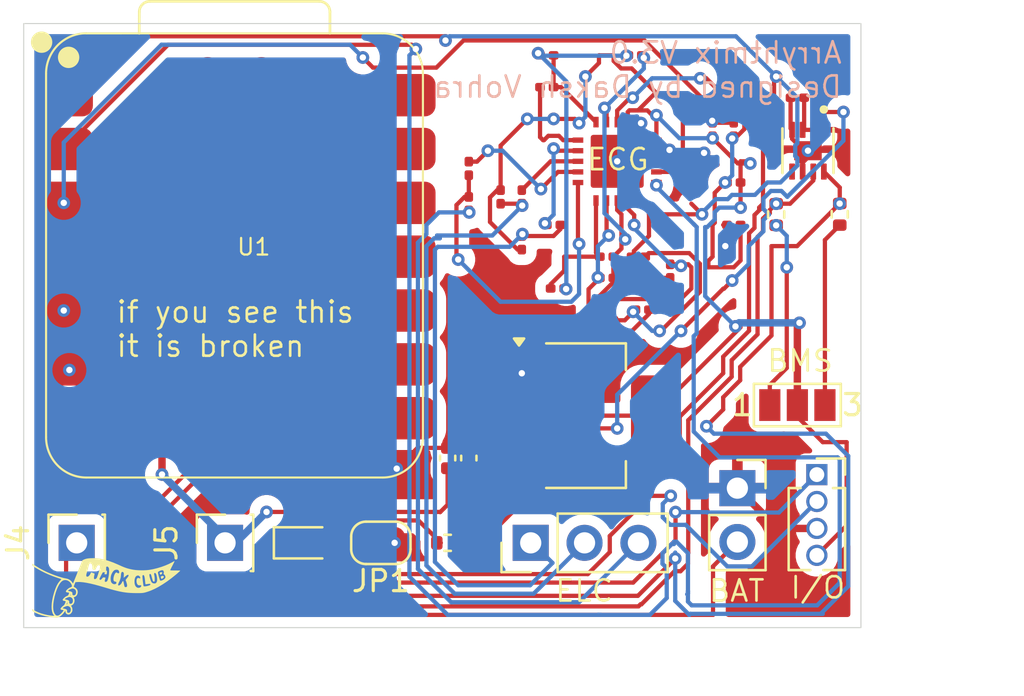
<source format=kicad_pcb>
(kicad_pcb (version 20241229) (generator "pcbnew") (generator_version "9.0")
  (layers (0 "F.Cu" signal) (4 "In1.Cu" signal) (6 "In2.Cu" signal) (2 "B.Cu" signal) (13 "F.Paste" user) (15 "B.Paste" user) (5 "F.SilkS" user "F.Silkscreen") (7 "B.SilkS" user "B.Silkscreen") (1 "F.Mask" user) (3 "B.Mask" user) (25 "Edge.Cuts" user))
  (net 0 "")
  (net 1 "Net-(U2-HPSENSE)")
  (net 2 "Net-(U2-HPDRIVE)")
  (net 3 "Net-(U2-RLDFB)")
  (net 4 "Net-(U2-RLD)")
  (net 5 "GND")
  (net 6 "+3V3")
  (net 7 "OUT")
  (net 8 "Net-(C5-Pad2)")
  (net 9 "Net-(U2-OPAMP+)")
  (net 10 "REFOUT")
  (net 11 "Net-(U2-SW)")
  (net 12 "Net-(D1-A)")
  (net 13 "Net-(D1-K)")
  (net 14 "Net-(J2-Pin_2)")
  (net 15 "Net-(J3-Pin_1)")
  (net 16 "Net-(J3-Pin_3)")
  (net 17 "Net-(U2--IN)")
  (net 18 "Net-(U2-+IN)")
  (net 19 "Net-(R15-Pad1)")
  (net 20 "Net-(U2-OPAMP-)")
  (net 21 "BAT")
  (net 23 "LO+")
  (net 25 "LO-")
  (net 36 "Net-(J3-Pin_2)")
  (net 37 "Net-(JP2-B)")
  (net 38 "Net-(JP2-A)")
  (net 39 "SCL")
  (net 40 "SDA")
  (net 42 "Net-(J1-Pin_1)")
  (net 44 "Net-(J1-Pin_2)")
  (net 46 "Net-(U2-REFIN)")
  (footprint "Resistor_SMD:R_0201_0603Metric" (layer "F.Cu") (at 141 53)
    (property "Reference" "R12" (hide yes))
    (property "Value" "100 kΩ")
  )
  (footprint "Resistor_SMD:R_0402_1005Metric" (layer "F.Cu") (at 152 49 90)
    (property "Reference" "R21" (hide yes))
    (property "Value" "2.2K")
  )
  (footprint "AD8232:LFCSP_20" (layer "F.Cu") (at 141.5 46.5)
    (property "Reference" "U2" (hide yes))
    (property "Value" "AD8232")
    (property "VALUE" "AD8232ACPZ-R7" (hide yes))
  )
  (footprint "Capacitor_SMD:C_0402_1005Metric" (layer "F.Cu") (at 133.5 60.5 90)
    (property "Reference" "C8" (hide yes))
    (property "Value" "10 uF")
  )
  (footprint "Resistor_SMD:R_0201_0603Metric" (layer "F.Cu") (at 136 48.18 -90)
    (property "Reference" "R1" (hide yes))
    (property "Value" "10 mΩ")
  )
  (footprint "Resistor_SMD:R_0201_0603Metric" (layer "F.Cu") (at 137 50.345 90)
    (property "Reference" "R4" (hide yes))
    (property "Value" "10 mΩ")
  )
  (footprint "Capacitor_SMD:C_0201_0603Metric" (layer "F.Cu") (at 134.5 46.835 -90)
    (property "Reference" "C2" (hide yes))
    (property "Value" "1 nF")
  )
  (footprint "Connector_PinSocket_2.54mm:PinSocket_1x01_P2.54mm_Vertical" (layer "F.Cu") (at 123 64.5 90)
    (property "Reference" "J5")
    (property "Value" "Conn_01x01_Pin")
  )
  (footprint "Resistor_SMD:R_0201_0603Metric" (layer "F.Cu") (at 138.5 49.5 180)
    (property "Reference" "R3" (hide yes))
    (property "Value" "180 kΩ")
  )
  (footprint "Jumper:SolderJumper-2_P1.3mm_Bridged2Bar_RoundedPad1.0x1.5mm" (layer "F.Cu") (at 130.35 64.5 180)
    (property "Reference" "JP1")
    (property "Value" "SolderJumper_2_Bridged")
  )
  (footprint "Resistor_SMD:R_0201_0603Metric" (layer "F.Cu") (at 138.68 52.5)
    (property "Reference" "R16" (hide yes))
    (property "Value" "1.4 mΩ")
  )
  (footprint "Capacitor_SMD:C_0201_0603Metric" (layer "F.Cu") (at 142.5 51)
    (property "Reference" "C5" (hide yes))
    (property "Value" "1.5 nF")
  )
  (footprint "Resistor_SMD:R_0201_0603Metric" (layer "F.Cu") (at 144 51.68 -90)
    (property "Reference" "R9" (hide yes))
    (property "Value" "1 mΩ")
  )
  (footprint "Connector_PinSocket_1.27mm:PinSocket_1x04_P1.27mm_Vertical" (layer "F.Cu") (at 150.92 61.28)
    (property "Reference" "J1" (hide yes))
    (property "Value" "Conn_01x04_Socket")
  )
  (footprint "Resistor_SMD:R_0402_1005Metric" (layer "F.Cu") (at 133.5 64.5)
    (property "Reference" "R19" (hide yes))
    (property "Value" "1k")
  )
  (footprint "LOGO" (layer "F.Cu") (at 117.4 66.61)
    (property "Reference" "G***" (hide yes))
    (property "Value" "LOGO" (hide yes))
  )
  (footprint "Resistor_SMD:R_0402_1005Metric" (layer "F.Cu") (at 149 49.01 90)
    (property "Reference" "R20" (hide yes))
    (property "Value" "2.2K")
  )
  (footprint "Resistor_SMD:R_0201_0603Metric" (layer "F.Cu") (at 137 48.18 90)
    (property "Reference" "R2" (hide yes))
    (property "Value" "180 kΩ")
  )
  (footprint "Capacitor_SMD:C_0201_0603Metric" (layer "F.Cu") (at 150 43.5)
    (property "Reference" "C10" (hide yes))
    (property "Value" "0.1 uF")
  )
  (footprint "Resistor_SMD:R_0201_0603Metric" (layer "F.Cu") (at 147 49.5 180)
    (property "Reference" "R7" (hide yes))
    (property "Value" "10 mΩ")
  )
  (footprint "LED_SMD:LED_0603_1608Metric" (layer "F.Cu") (at 126.7875 64.5)
    (property "Reference" "D1" (hide yes))
    (property "Value" "LED")
  )
  (footprint "Capacitor_SMD:C_0201_0603Metric" (layer "F.Cu") (at 141 52 180)
    (property "Reference" "C6" (hide yes))
    (property "Value" "10 nF")
  )
  (footprint "Resistor_SMD:R_0201_0603Metric" (layer "F.Cu") (at 142.68 53.5)
    (property "Reference" "R13" (hide yes))
    (property "Value" "1 mΩ")
  )
  (footprint "Resistor_SMD:R_0201_0603Metric" (layer "F.Cu") (at 141 54 180)
    (property "Reference" "R14" (hide yes))
    (property "Value" "1 mΩ")
  )
  (footprint "Resistor_SMD:R_0201_0603Metric" (layer "F.Cu") (at 138.18 41.5 180)
    (property "Reference" "R5" (hide yes))
    (property "Value" "10 mΩ")
  )
  (footprint "Capacitor_SMD:C_0201_0603Metric" (layer "F.Cu") (at 147 45 -90)
    (property "Reference" "C4" (hide yes))
    (property "Value" "0.1 uF")
  )
  (footprint "Capacitor_SMD:C_0201_0603Metric" (layer "F.Cu") (at 141 51)
    (property "Reference" "C7" (hide yes))
    (property "Value" "0.33 uF")
  )
  (footprint "Connector_PinHeader_2.54mm:PinHeader_1x03_P2.54mm_Vertical" (layer "F.Cu") (at 137.42 64.5 90)
    (property "Reference" "J3" (hide yes))
    (property "Value" "Conn_01x03_Pin")
  )
  (footprint "Capacitor_SMD:C_0402_1005Metric" (layer "F.Cu") (at 134.5 60.5 90)
    (property "Reference" "C9" (hide yes))
    (property "Value" "10 uF")
  )
  (footprint "Capacitor_SMD:C_0201_0603Metric" (layer "F.Cu") (at 138.18 43)
    (property "Reference" "C1" (hide yes))
    (property "Value" "0.33 uF")
  )
  (footprint "Resistor_SMD:R_0201_0603Metric" (layer "F.Cu") (at 147 47.5)
    (property "Reference" "R6" (hide yes))
    (property "Value" "10 mΩ")
  )
  (footprint "Resistor_SMD:R_0201_0603Metric" (layer "F.Cu") (at 134.5 48.5 90)
    (property "Reference" "R8" (hide yes))
    (property "Value" "360 k")
  )
  (footprint "Package_TO_SOT_SMD:SOT-223-3_TabPin2" (layer "F.Cu") (at 140 58.5)
    (property "Reference" "U3" (hide yes))
    (property "Value" "NCP1117-3.3_SOT223")
  )
  (footprint "Capacitor_SMD:C_0201_0603Metric" (layer "F.Cu") (at 146 45 -90)
    (property "Reference" "C3" (hide yes))
    (property "Value" "0.1 uF")
  )
  (footprint "Connector_PinSocket_2.54mm:PinSocket_1x02_P2.54mm_Vertical" (layer "F.Cu") (at 147.17 61.92)
    (property "Reference" "J2" (hide yes))
    (property "Value" "Conn_01x02_Socket")
  )
  (footprint "Resistor_SMD:R_0201_0603Metric" (layer "F.Cu") (at 142.345 41.5)
    (property "Reference" "R15" (hide yes))
    (property "Value" "10 mΩ")
  )
  (footprint "Connector_PinSocket_2.54mm:PinSocket_1x01_P2.54mm_Vertical" (layer "F.Cu") (at 116 64.5 90)
    (property "Reference" "J4")
    (property "Value" "Conn_01x01_Pin")
  )
  (footprint "Jumper:SolderJumper-3_P1.3mm_Open_Pad1.0x1.5mm_NumberLabels" (layer "F.Cu") (at 150 58)
    (property "Reference" "JP2" (hide yes))
    (property "Value" "SolderJumper_3_Bridged123")
  )
  (footprint "Seeed Studio XIAO Series Library:XIAO-nRF52840-SMD" (layer "F.Cu") (at 123.5 51)
    (property "Reference" "U1")
    (property "Value" "XIAO-nRF52840-SMD")
  )
  (footprint "MAX17048G_T10:SON50P200X200X80-9N" (layer "F.Cu") (at 150.5 46 -90)
    (property "Reference" "U4" (hide yes))
    (property "Value" "MAX17048G_T10")
  )
  (gr_rect (start 113.5 40) (end 153 68.5) (stroke (width 0.05)) (fill no) (layer "Edge.Cuts"))
  (gr_text "ECG" (at 140 47 0) (layer "F.SilkS") (effects (font (size 1 1) (thickness 0.125)) (justify left bottom)))
  (gr_text "I/O\n" (at 149.6 67.2 0) (layer "F.SilkS") (effects (font (size 1 1) (thickness 0.125)) (justify left bottom)))
  (gr_text "if you see this\nit is broken" (at 117.8 55.8 0) (layer "F.SilkS") (effects (font (size 1 1) (thickness 0.125)) (justify left bottom)))
  (gr_text "ELC\n" (at 138.5 67.35 0) (layer "F.SilkS") (effects (font (size 1 1) (thickness 0.125)) (justify left bottom)))
  (gr_text "BAT\n" (at 145.75 67.35 0) (layer "F.SilkS") (effects (font (size 1 1) (thickness 0.125)) (justify left bottom)))
  (gr_text "BMS" (at 148.5 56.5 0) (layer "F.SilkS") (effects (font (size 1 1) (thickness 0.125)) (justify left bottom)))
  (gr_text "Arryhtmix V3.0\nDesigned by Daksh Vohra\n" (at 152.175 43.575 0) (layer "B.SilkS") (effects (font (size 1 1) (thickness 0.125)) (justify left bottom mirror)))
  (segment (start 138.85 43) (end 140.5 44.65) (width 0.2) (layer "F.Cu") (net 1))
  (segment (start 138.5 41.5) (end 138.5 43) (width 0.2) (layer "F.Cu") (net 1))
  (segment (start 138.5 43) (end 138.85 43) (width 0.2) (layer "F.Cu") (net 1))
  (segment (start 138.251057 45.299) (end 138.748943 45.299) (width 0.2) (layer "F.Cu") (net 2))
  (segment (start 138.949943 45.5) (end 139.65 45.5) (width 0.2) (layer "F.Cu") (net 2))
  (segment (start 137.86 45.36) (end 138 45.5) (width 0.2) (layer "F.Cu") (net 2))
  (segment (start 137.86 43) (end 137.86 45.36) (width 0.2) (layer "F.Cu") (net 2))
  (segment (start 138.748943 45.299) (end 138.949943 45.5) (width 0.2) (layer "F.Cu") (net 2))
  (segment (start 138.050057 45.5) (end 138.251057 45.299) (width 0.2) (layer "F.Cu") (net 2))
  (segment (start 138 45.5) (end 138.050057 45.5) (width 0.2) (layer "F.Cu") (net 2))
  (segment (start 137.9 47.808528) (end 138.708528 47) (width 0.2) (layer "F.Cu") (net 3))
  (segment (start 134.885 46.515) (end 135.4 46) (width 0.2) (layer "F.Cu") (net 3))
  (segment (start 134.5 46.515) (end 134.885 46.515) (width 0.2) (layer "F.Cu") (net 3))
  (segment (start 138.708528 47) (end 139.65 47) (width 0.2) (layer "F.Cu") (net 3))
  (via (at 137.9 47.808528) (size 0.6) (drill 0.3) (layers "F.Cu" "B.Cu") (net 3))
  (via (at 135.4 46) (size 0.6) (drill 0.3) (layers "F.Cu" "B.Cu") (net 3))
  (segment (start 136.091472 46) (end 137.9 47.808528) (width 0.2) (layer "B.Cu") (net 3))
  (segment (start 135.4 46) (end 136.091472 46) (width 0.2) (layer "B.Cu") (net 3))
  (segment (start 139.65 50.349) (end 139.701 50.4) (width 0.2) (layer "F.Cu") (net 4))
  (segment (start 133.916958 51.050508) (end 133.916958 48.563043) (width 0.2) (layer "F.Cu") (net 4))
  (segment (start 134 51.13355) (end 133.916958 51.050508) (width 0.2) (layer "F.Cu") (net 4))
  (segment (start 134.300001 48.18) (end 134.5 48.18) (width 0.2) (layer "F.Cu") (net 4))
  (segment (start 134.5 47.155) (end 134.5 48.18) (width 0.2) (layer "F.Cu") (net 4))
  (segment (start 139.65 47.5) (end 139.65 50.349) (width 0.2) (layer "F.Cu") (net 4))
  (segment (start 133.916958 48.563043) (end 134.300001 48.18) (width 0.2) (layer "F.Cu") (net 4))
  (via (at 139.701 50.4) (size 0.6) (drill 0.3) (layers "F.Cu" "B.Cu") (net 4))
  (via (at 134 51.13355) (size 0.6) (drill 0.3) (layers "F.Cu" "B.Cu") (net 4))
  (segment (start 139.338943 53.125884) (end 135.992334 53.125884) (width 0.2) (layer "B.Cu") (net 4))
  (segment (start 135.992334 53.125884) (end 134 51.13355) (width 0.2) (layer "B.Cu") (net 4))
  (segment (start 139.701 52.763827) (end 139.338943 53.125884) (width 0.2) (layer "B.Cu") (net 4))
  (segment (start 139.701 50.4) (end 139.701 52.763827) (width 0.2) (layer "B.Cu") (net 4))
  (segment (start 149.75 45.436842) (end 150.313158 46) (width 0.2) (layer "F.Cu") (net 5))
  (segment (start 134.5 60.02) (end 134.5 58.55) (width 0.2) (layer "F.Cu") (net 5))
  (segment (start 145.93013 44.59) (end 145.982042 44.59) (width 0.2) (layer "F.Cu") (net 5))
  (segment (start 151.25 45.436842) (end 150.686842 46) (width 0.2) (layer "F.Cu") (net 5))
  (segment (start 146.68 49.5) (end 146.5 49.5) (width 0.2) (layer "F.Cu") (net 5))
  (segment (start 134.5 60.02) (end 133.5 60.02) (width 0.2) (layer "F.Cu") (net 5))
  (segment (start 146.68 49.5) (end 146.68 50.42) (width 0.2) (layer "F.Cu") (net 5))
  (segment (start 146.68 50.42) (end 146.6 50.5) (width 0.2) (layer "F.Cu") (net 5))
  (segment (start 136.85 56.2) (end 136.85 56.35) (width 0.2) (layer "F.Cu") (net 5))
  (segment (start 150.686842 46) (end 150.5 46) (width 0.2) (layer "F.Cu") (net 5))
  (segment (start 149.68 44.945) (end 149.75 45.015) (width 0.2) (layer "F.Cu") (net 5))
  (segment (start 136.85 56.35) (end 137 56.5) (width 0.2) (layer "F.Cu") (net 5))
  (segment (start 151.25 45.015) (end 151.25 45.436842) (width 0.2) (layer "F.Cu") (net 5))
  (segment (start 143.968578 45.962863) (end 143.387137 45.962863) (width 0.2) (layer "F.Cu") (net 5))
  (segment (start 147 44.68) (end 146 44.68) (width 0.2) (layer "F.Cu") (net 5))
  (segment (start 150.313158 46) (end 150.5 46) (width 0.2) (layer "F.Cu") (net 5))
  (segment (start 132.078 60.02) (end 131.098 61) (width 0.2) (layer "F.Cu") (net 5))
  (segment (start 134.5 58.55) (end 136.85 56.2) (width 0.2) (layer "F.Cu") (net 5))
  (segment (start 142.5 45.5) (end 142.5 44.65) (width 0.2) (layer "F.Cu") (net 5))
  (segment (start 149.68 43.5) (end 149.68 44.945) (width 0.2) (layer "F.Cu") (net 5))
  (segment (start 141.5 46.5) (end 142.5 45.5) (width 0.2) (layer "F.Cu") (net 5))
  (segment (start 149.75 45.015) (end 149.75 45.436842) (width 0.2) (layer "F.Cu") (net 5))
  (segment (start 150.5 46.207092) (end 150.239 46.468092) (width 0.35) (layer "F.Cu") (net 5))
  (segment (start 143.387137 45.962863) (end 143.35 46) (width 0.2) (layer "F.Cu") (net 5))
  (segment (start 150.92 63.82) (end 149.07 63.82) (width 0.35) (layer "F.Cu") (net 5))
  (segment (start 149.07 63.82) (end 147.17 61.92) (width 0.35) (layer "F.Cu") (net 5))
  (segment (start 133.5 60.02) (end 132.078 60.02) (width 0.2) (layer "F.Cu") (net 5))
  (segment (start 150.5 46) (end 150.5 46.207092) (width 0.35) (layer "F.Cu") (net 5))
  (via (at 131 64.5) (size 0.6) (drill 0.3) (layers "F.Cu" "B.Cu") (net 5))
  (via (at 142.625002 44.699) (size 0.6) (drill 0.3) (layers "F.Cu" "B.Cu") (net 5))
  (via (at 146.6 50.5) (size 0.6) (drill 0.3) (layers "F.Cu" "B.Cu") (net 5))
  (via (at 137 56.5) (size 0.6) (drill 0.3) (layers "F.Cu" "B.Cu") (net 5))
  (via (at 145.597912 46.101662) (size 0.6) (drill 0.3) (layers "F.Cu" "B.Cu") (net 5))
  (via (at 141.5 46.5) (size 0.6) (drill 0.3) (layers "F.Cu" "B.Cu") (net 5))
  (via (at 143.968578 45.962863) (size 0.6) (drill 0.3) (layers "F.Cu" "B.Cu") (net 5))
  (via (at 150.5 46) (size 0.6) (drill 0.3) (layers "F.Cu" "B.Cu") (net 5))
  (via (at 131.098 61) (size 0.6) (drill 0.3) (layers "F.Cu" "B.Cu") (net 5))
  (via (at 145.982042 44.59) (size 0.6) (drill 0.3) (layers "F.Cu" "B.Cu") (net 5))
  (segment (start 145.5 46.00375) (end 145.597912 46.101662) (width 0.2) (layer "B.Cu") (net 5))
  (segment (start 131.098 61) (end 131 61.098) (width 0.2) (layer "B.Cu") (net 5))
  (segment (start 143.968578 45.962863) (end 145.462863 45.962863) (width 0.2) (layer "B.Cu") (net 5))
  (segment (start 145.462863 45.962863) (end 145.5 46) (width 0.2) (layer "B.Cu") (net 5))
  (segment (start 131 61.098) (end 131 64.5) (width 0.2) (layer "B.Cu") (net 5))
  (segment (start 145.5 46) (end 145.5 46.00375) (width 0.2) (layer "B.Cu") (net 5))
  (segment (start 141.686057 42.118958) (end 141.334 41.766901) (width 0.2) (layer "F.Cu") (net 6))
  (segment (start 142.183943 42.118958) (end 143.313985 43.249) (width 0.2) (layer "F.Cu") (net 6))
  (segment (start 136 47.86) (end 135.84013 47.86) (width 0.2) (layer "F.Cu") (net 6))
  (segment (start 142.481888 44.099) (end 142.074 44.099) (width 0.2) (layer "F.Cu") (net 6))
  (segment (start 147.189912 46.6) (end 147.779 46.6) (width 0.2) (layer "F.Cu") (net 6))
  (segment (start 135.84013 47.86) (end 135.499 48.20113) (width 0.2) (layer "F.Cu") (net 6))
  (segment (start 147.32 48.684957) (end 147.32 47.5) (width 0.2) (layer "F.Cu") (net 6))
  (segment (start 141.334 41.766901) (end 141.334 41.5) (width 0.2) (layer "F.Cu") (net 6))
  (segment (start 138.5 44.5) (end 139.501472 44.5) (width 0.2) (layer "F.Cu") (net 6))
  (segment (start 136.85 58.63) (end 136.85 58.5) (width 0.2) (layer "F.Cu") (net 6))
  (segment (start 143.15 58.5) (end 147.32 54.33) (width 0.2) (layer "F.Cu") (net 6))
  (segment (start 142.074 44.099) (end 142 44.173) (width 0.2) (layer "F.Cu") (net 6))
  (segment (start 142.074 44.099) (end 142.926 44.099) (width 0.2) (layer "F.Cu") (net 6))
  (segment (start 143.313985 43.266903) (end 142.481888 44.099) (width 0.2) (layer "F.Cu") (net 6))
  (segment (start 140.64 41.5) (end 140.64 41.86) (width 0.2) (layer "F.Cu") (net 6))
  (segment (start 141.334 41.5) (end 140.64 41.5) (width 0.2) (layer "F.Cu") (net 6))
  (segment (start 134.5 60.98) (end 136.85 58.63) (width 0.2) (layer "F.Cu") (net 6))
  (segment (start 143.35 44.325) (end 143.35 44.523) (width 0.2) (layer "F.Cu") (net 6))
  (segment (start 143.152 44.325) (end 142.926 44.099) (width 0.2) (layer "F.Cu") (net 6))
  (segment (start 143.35 44.325) (end 143.152 44.325) (width 0.2) (layer "F.Cu") (net 6))
  (segment (start 150 54.22) (end 150.1 54.12) (width 0.35) (layer "F.Cu") (net 6))
  (segment (start 150 58.552) (end 150 58) (width 0.2) (layer "F.Cu") (net 6))
  (segment (start 152.325 63.685) (end 152.325 59.75) (width 0.2) (layer "F.Cu") (net 6))
  (segment (start 151.198 59.75) (end 150 58.552) (width 0.2) (layer "F.Cu") (net 6))
  (segment (start 145.999912 45.41) (end 147.189912 46.6) (width 0.2) (layer "F.Cu") (net 6))
  (segment (start 137.26 44.5) (end 136 45.76) (width 0.2) (layer "F.Cu") (net 6))
  (segment (start 136.800001 50.665) (end 137 50.665) (width 0.2) (layer "F.Cu") (net 6))
  (segment (start 150 58) (end 150 54.22) (width 0.35) (layer "F.Cu") (net 6))
  (segment (start 147.679 46.5) (end 147.779 46.6) (width 0.2) (layer "F.Cu") (net 6))
  (segment (start 140.64 41.86) (end 140 42.5) (width 0.2) (layer "F.Cu") (net 6))
  (segment (start 147.32 46.5) (end 147.679 46.5) (width 0.2) (layer "F.Cu") (net 6))
  (segment (start 147.32 47.5) (end 147.32 46.5) (width 0.2) (layer "F.Cu") (net 6))
  (segment (start 136 47.86) (end 136 45.76) (width 0.2) (layer "F.Cu") (net 6))
  (segment (start 152.325 59.75) (end 151.198 59.75) (width 0.2) (layer "F.Cu") (net 6))
  (segment (start 139.501472 44.5) (end 139.701 44.699528) (width 0.2) (layer "F.Cu") (net 6))
  (segment (start 150.92 65.09) (end 152.325 63.685) (width 0.2) (layer "F.Cu") (net 6))
  (segment (start 135.499 48.20113) (end 135.499 49.363999) (width 0.2) (layer "F.Cu") (net 6))
  (segment (start 143.15 58.5) (end 136.85 58.5) (width 0.2) (layer "F.Cu") (net 6))
  (segment (start 135.499 49.363999) (end 136.800001 50.665) (width 0.2) (layer "F.Cu") (net 6))
  (segment (start 142 44.173) (end 142 44.65) (width 0.2) (layer "F.Cu") (net 6))
  (segment (start 142.183943 42.118958) (end 141.686057 42.118958) (width 0.2) (layer "F.Cu") (net 6))
  (segment (start 143.35 44.523) (end 143.35 45.5) (width 0.2) (layer "F.Cu") (net 6))
  (segment (start 143.313985 43.249) (end 143.313985 43.266903) (width 0.2) (layer "F.Cu") (net 6))
  (via (at 138.5 44.5) (size 0.6) (drill 0.3) (layers "F.Cu" "B.Cu") (net 6))
  (via (at 139.701 44.699528) (size 0.6) (drill 0.3) (layers "F.Cu" "B.Cu") (net 6))
  (via (at 147.079785 54.288785) (size 0.6) (drill 0.3) (layers "F.Cu" "B.Cu") (net 6))
  (via (at 150.1 54.12) (size 0.6) (drill 0.3) (layers "F.Cu" "B.Cu") (net 6))
  (via (at 143.35 44.325) (size 0.6) (drill 0.3) (layers "F.Cu" "B.Cu") (net 6))
  (via (at 147.779 46.6) (size 0.6) (drill 0.3) (layers "F.Cu" "B.Cu") (net 6))
  (via (at 147.32 48.684957) (size 0.6) (drill 0.3) (layers "F.Cu" "B.Cu") (net 6))
  (via (at 140 42.5) (size 0.6) (drill 0.3) (layers "F.Cu" "B.Cu") (net 6))
  (via (at 137.26 44.5) (size 0.6) (drill 0.3) (layers "F.Cu" "B.Cu") (net 6))
  (via (at 145.999912 45.41) (size 0.6) (drill 0.3) (layers "F.Cu" "B.Cu") (net 6))
  (segment (start 146.101 48.899) (end 146.101 49.248943) (width 0.2) (layer "B.Cu") (net 6))
  (segment (start 147.24857 54.12) (end 147.079785 54.288785) (width 0.35) (layer "B.Cu") (net 6))
  (segment (start 137.26 44.5) (end 138.5 44.5) (width 0.2) (layer "B.Cu") (net 6))
  (segment (start 145.652057 52.861057) (end 147.079785 54.288785) (width 0.2) (layer "B.Cu") (net 6))
  (segment (start 145.748943 49.601) (end 145.652057 49.601) (width 0.2) (layer "B.Cu") (net 6))
  (segment (start 146.315043 48.684957) (end 146.101 48.899) (width 0.2) (layer "B.Cu") (net 6))
  (segment (start 145.652057 49.601) (end 145.652057 52.861057) (width 0.2) (layer "B.Cu") (net 6))
  (segment (start 150.1 54.12) (end 147.24857 54.12) (width 0.35) (layer "B.Cu") (net 6))
  (segment (start 146.101 49.248943) (end 145.748943 49.601) (width 0.2) (layer "B.Cu") (net 6))
  (segment (start 145.999912 45.41) (end 144.435 45.41) (width 0.2) (layer "B.Cu") (net 6))
  (segment (start 147.32 48.684957) (end 146.315043 48.684957) (width 0.2) (layer "B.Cu") (net 6))
  (segment (start 139.701 44.699528) (end 140 44.400528) (width 0.2) (layer "B.Cu") (net 6))
  (segment (start 144.435 45.41) (end 143.35 44.325) (width 0.2) (layer "B.Cu") (net 6))
  (segment (start 140 44.400528) (end 140 42.5) (width 0.2) (layer "B.Cu") (net 6))
  (segment (start 142.18 51) (end 142.289 50.891) (width 0.2) (layer "F.Cu") (net 7))
  (segment (start 142.310942 60.701) (end 142.304971 60.695029) (width 0.2) (layer "F.Cu") (net 7))
  (segment (start 146.5 55.7171) (end 146.5 56.5) (width 0.2) (layer "F.Cu") (net 7))
  (segment (start 147.978 49.64187) (end 147.721 49.89887) (width 0.2) (layer "F.Cu") (net 7))
  (segment (start 146.5 56.5) (end 144.451 58.549) (width 0.2) (layer "F.Cu") (net 7))
  (segment (start 148.2 48.7329) (end 148.23983 48.77273) (width 0.2) (layer "F.Cu") (net 7))
  (segment (start 148.9 44.3) (end 148.9 42.6) (width 0.2) (layer "F.Cu") (net 7))
  (segment (start 147.978 49.03456) (end 147.978 49.64187) (width 0.2) (layer "F.Cu") (net 7))
  (segment (start 148.2 48.679) (end 148.2 48.7329) (width 0.2) (layer "F.Cu") (net 7))
  (segment (start 148.9 42.6) (end 149 42.5) (width 0.2) (layer "F.Cu") (net 7))
  (segment (start 142.304971 60.695029) (end 142 61) (width 0.2) (layer "F.Cu") (net 7))
  (segment (start 144.451 58.549) (end 144.451 60.239058) (width 0.2) (layer "F.Cu") (net 7))
  (segment (start 144.451 60.239058) (end 143.989058 60.701) (width 0.2) (layer "F.Cu") (net 7))
  (segment (start 142.18 51.199999) (end 142.18 51) (width 0.2) (layer "F.Cu") (net 7))
  (segment (start 142.289 50.73113) (end 143 50.02013) (width 0.2) (layer "F.Cu") (net 7))
  (segment (start 143 49) (end 143 48.85) (width 0.2) (layer "F.Cu") (net 7))
  (segment (start 142 61) (end 138.606008 61) (width 0.2) (layer "F.Cu") (net 7))
  (segment (start 148.23983 48.77273) (end 147.978 49.03456) (width 0.2) (layer "F.Cu") (net 7))
  (segment (start 138.606008 61) (end 135.106008 64.5) (width 0.2) (layer "F.Cu") (net 7))
  (segment (start 135.106008 64.5) (end 133.82 64.5) (width 0.2) (layer "F.Cu") (net 7))
  (segment (start 144 52) (end 142.980001 52) (width 0.2) (layer "F.Cu") (net 7))
  (segment (start 145.5 49) (end 144.997912 48.497912) (width 0.2) (layer "F.Cu") (net 7))
  (segment (start 133.399 40.601) (end 133.399 40.8) (width 0.2) (layer "F.Cu") (net 7))
  (segment (start 147.721 54.4961) (end 146.5 55.7171) (width 0.2) (layer "F.Cu") (net 7))
  (segment (start 143 50.02013) (end 143 49) (width 0.2) (layer "F.Cu") (net 7))
  (segment (start 148.379 48.5) (end 148.2 48.679) (width 0.2) (layer "F.Cu") (net 7))
  (segment (start 147.721 49.89887) (end 147.721 54.4961) (width 0.2) (layer "F.Cu") (net 7))
  (segment (start 145.5 49) (end 143 49) (width 0.2) (layer "F.Cu") (net 7))
  (segment (start 142.980001 52) (end 142.18 51.199999) (width 0.2) (layer "F.Cu") (net 7))
  (segment (start 143 48.85) (end 142.5 48.35) (width 0.2) (layer "F.Cu") (net 7))
  (segment (start 148.379 44.821) (end 148.379 48.5) (width 0.2) (layer "F.Cu") (net 7))
  (segment (start 142.289 50.891) (end 142.289 50.73113) (width 0.2) (layer "F.Cu") (net 7))
  (segment (start 148.9 44.3) (end 148.379 44.821) (width 0.2) (layer "F.Cu") (net 7))
  (segment (start 115.39 43.38) (end 118.169 40.601) (width 0.2) (layer "F.Cu") (net 7))
  (segment (start 143.989058 60.701) (end 142.310942 60.701) (width 0.2) (layer "F.Cu") (net 7))
  (segment (start 118.169 40.601) (end 133.399 40.601) (width 0.2) (layer "F.Cu") (net 7))
  (via (at 149 42.5) (size 0.6) (drill 0.3) (layers "F.Cu" "B.Cu") (net 7))
  (via (at 145.5 49) (size 0.6) (drill 0.3) (layers "F.Cu" "B.Cu") (net 7))
  (via (at 133.399 40.8) (size 0.6) (drill 0.3) (layers "F.Cu" "B.Cu") (net 7))
  (segment (start 145.5 49) (end 145.5 48.9329) (width 0.2) (layer "B.Cu") (net 7))
  (segment (start 148.584957 47.498) (end 147.998 48.084957) (width 0.2) (layer "B.Cu") (net 7))
  (segment (start 149.899 46.248943) (end 150 46.349943) (width 0.2) (layer "B.Cu") (net 7))
  (segment (start 149.899 45.751057) (end 149.899 46.248943) (width 0.2) (layer "B.Cu") (net 7))
  (segment (start 150 46.7) (end 149.202 47.498) (width 0.2) (layer "B.Cu") (net 7))
  (segment (start 147.101 40.601) (end 149 42.5) (width 0.2) (layer "B.Cu") (net 7))
  (segment (start 145.5 48.9329) (end 146.148943 48.283957) (width 0.2) (layer "B.Cu") (net 7))
  (segment (start 149 42.5) (end 150 43.5) (width 0.2) (layer "B.Cu") (net 7))
  (segment (start 133.598 40.601) (end 147.101 40.601) (width 0.2) (layer "B.Cu") (net 7))
  (segment (start 146.716043 48.283957) (end 146.915043 48.084957) (width 0.2) (layer "B.Cu") (net 7))
  (segment (start 146.148943 48.283957) (end 146.716043 48.283957) (width 0.2) (layer "B.Cu") (net 7))
  (segment (start 150 43.5) (end 150 45.650057) (width 0.2) (layer "B.Cu") (net 7))
  (segment (start 150 45.650057) (end 149.899 45.751057) (width 0.2) (layer "B.Cu") (net 7))
  (segment (start 149.202 47.498) (end 148.584957 47.498) (width 0.2) (layer "B.Cu") (net 7))
  (segment (start 146.915043 48.084957) (end 147.998 48.084957) (width 0.2) (layer "B.Cu") (net 7))
  (segment (start 133.399 40.8) (end 133.598 40.601) (width 0.2) (layer "B.Cu") (net 7))
  (segment (start 150 46.349943) (end 150 46.7) (width 0.2) (layer "B.Cu") (net 7))
  (segment (start 143.5671 54.5) (end 143.5 54.5) (width 0.2) (layer "F.Cu") (net 8))
  (segment (start 141.32 54) (end 141.86 54) (width 0.2) (layer "F.Cu") (net 8))
  (segment (start 142.991 50.829) (end 144.8961 50.829) (width 0.2) (layer "F.Cu") (net 8))
  (segment (start 145.401 51.3339) (end 145.401 52.6661) (width 0.2) (layer "F.Cu") (net 8))
  (segment (start 142.82 51) (end 142.991 50.829) (width 0.2) (layer "F.Cu") (net 8))
  (segment (start 145.401 52.6661) (end 143.5671 54.5) (width 0.2) (layer "F.Cu") (net 8))
  (segment (start 141.86 54) (end 142.36 53.5) (width 0.2) (layer "F.Cu") (net 8))
  (segment (start 144.8961 50.829) (end 145.401 51.3339) (width 0.2) (layer "F.Cu") (net 8))
  (via (at 143.5 54.5) (size 0.6) (drill 0.3) (layers "F.Cu" "B.Cu") (net 8))
  (via (at 142.251472 53.6) (size 0.6) (drill 0.3) (layers "F.Cu" "B.Cu") (net 8))
  (segment (start 143.5 54.5) (end 143.151472 54.5) (width 0.2) (layer "B.Cu") (net 8))
  (segment (start 143.151472 54.5) (end 142.251472 53.6) (width 0.2) (layer "B.Cu") (net 8))
  (segment (start 141 48.35) (end 141 49.9) (width 0.2) (layer "F.Cu") (net 9))
  (segment (start 140.38013 54.5) (end 142.199999 54.5) (width 0.2) (layer "F.Cu") (net 9))
  (segment (start 143 53.699999) (end 143 53.5) (width 0.2) (layer "F.Cu") (net 9))
  (segment (start 141 49.9) (end 141.1 50) (width 0.2) (layer "F.Cu") (net 9))
  (segment (start 140.68 52) (end 140.149 52.531) (width 0.2) (layer "F.Cu") (net 9))
  (segment (start 140.149 52.531) (end 140.149 54.26887) (width 0.2) (layer "F.Cu") (net 9))
  (segment (start 142.199999 54.5) (end 143 53.699999) (width 0.2) (layer "F.Cu") (net 9))
  (segment (start 140.149 54.26887) (end 140.38013 54.5) (width 0.2) (layer "F.Cu") (net 9))
  (via (at 140.59 51.975116) (size 0.6) (drill 0.3) (layers "F.Cu" "B.Cu") (net 9))
  (via (at 141.1 50) (size 0.6) (drill 0.3) (layers "F.Cu" "B.Cu") (net 9))
  (segment (start 141.1 50) (end 140.59 50.51) (width 0.2) (layer "B.Cu") (net 9))
  (segment (start 140.59 50.51) (end 140.59 51.975116) (width 0.2) (layer "B.Cu") (net 9))
  (segment (start 141.701 50.619) (end 141.701 49.001) (width 0.2) (layer "F.Cu") (net 10))
  (segment (start 141 44.082418) (end 141 44.65) (width 0.2) (layer "F.Cu") (net 10))
  (segment (start 141.5 48.8) (end 141.5 48.35) (width 0.2) (layer "F.Cu") (net 10))
  (segment (start 142.665 41.529816) (end 142.754903 41.619719) (width 0.2) (layer "F.Cu") (net 10))
  (segment (start 140.9 43.982418) (end 141 44.082418) (width 0.2) (layer "F.Cu") (net 10))
  (segment (start 141.701 49.001) (end 141.5 48.8) (width 0.2) (layer "F.Cu") (net 10))
  (segment (start 140.68 52.84013) (end 140.68 54) (width 0.2) (layer "F.Cu") (net 10))
  (segment (start 141.32 52) (end 141.32 52.20013) (width 0.2) (layer "F.Cu") (net 10))
  (segment (start 141.32 51) (end 141.701 50.619) (width 0.2) (layer "F.Cu") (net 10))
  (segment (start 142.665 41.5) (end 142.665 41.529816) (width 0.2) (layer "F.Cu") (net 10))
  (segment (start 141.32 52) (end 141.32 51) (width 0.2) (layer "F.Cu") (net 10))
  (segment (start 141.32 52.20013) (end 140.68 52.84013) (width 0.2) (layer "F.Cu") (net 10))
  (via (at 140.9 43.982418) (size 0.6) (drill 0.3) (layers "F.Cu" "B.Cu") (net 10))
  (via (at 141.879497 50.179956) (size 0.6) (drill 0.3) (layers "F.Cu" "B.Cu") (net 10))
  (via (at 142.754903 41.619719) (size 0.6) (drill 0.3) (layers "F.Cu" "B.Cu") (net 10))
  (segment (start 141.879497 49.929554) (end 141.879497 50.179956) (width 0.2) (layer "B.Cu") (net 10))
  (segment (start 142.754903 42.127515) (end 140.9 43.982418) (width 0.2) (layer "B.Cu") (net 10))
  (segment (start 140.9 43.982418) (end 140.9 48.950057) (width 0.2) (layer "B.Cu") (net 10))
  (segment (start 140.9 48.950057) (end 141.879497 49.929554) (width 0.2) (layer "B.Cu") (net 10))
  (segment (start 142.754903 41.619719) (end 142.754903 42.127515) (width 0.2) (layer "B.Cu") (net 10))
  (segment (start 140.5 50.82) (end 140.5 48.35) (width 0.2) (layer "F.Cu") (net 11))
  (segment (start 140.68 51) (end 140.5 50.82) (width 0.2) (layer "F.Cu") (net 11))
  (segment (start 138.36 52.300001) (end 139 51.660001) (width 0.2) (layer "F.Cu") (net 11))
  (segment (start 138.36 52.5) (end 138.36 52.300001) (width 0.2) (layer "F.Cu") (net 11))
  (segment (start 139 51.660001) (end 139 51) (width 0.2) (layer "F.Cu") (net 11))
  (segment (start 140.68 51) (end 139 51) (width 0.2) (layer "F.Cu") (net 11))
  (segment (start 128.631 63.444) (end 132.124 63.444) (width 0.2) (layer "F.Cu") (net 12))
  (segment (start 127.575 64.5) (end 128.631 63.444) (width 0.2) (layer "F.Cu") (net 12))
  (segment (start 132.124 63.444) (end 133.18 64.5) (width 0.2) (layer "F.Cu") (net 12))
  (segment (start 126.776 65.276) (end 128.924 65.276) (width 0.2) (layer "F.Cu") (net 13))
  (segment (start 126 64.5) (end 126.776 65.276) (width 0.2) (layer "F.Cu") (net 13))
  (segment (start 128.924 65.276) (end 129.7 64.5) (width 0.2) (layer "F.Cu") (net 13))
  (segment (start 147.17 64.46) (end 146.021 65.609) (width 0.2) (layer "F.Cu") (net 14))
  (segment (start 146.021 67.899) (end 115.5 67.899) (width 0.2) (layer "F.Cu") (net 14))
  (segment (start 115.5 67.899) (end 115.5 65) (width 0.2) (layer "F.Cu") (net 14))
  (segment (start 146.021 65.609) (end 146.021 67.899) (width 0.2) (layer "F.Cu") (net 14))
  (segment (start 115.5 65) (end 116 64.5) (width 0.2) (layer "F.Cu") (net 14))
  (segment (start 137 50.025) (end 138.494999 50.025) (width 0.2) (layer "F.Cu") (net 15))
  (segment (start 138.82 49.699999) (end 138.82 49.5) (width 0.2) (layer "F.Cu") (net 15))
  (segment (start 138.494999 50.025) (end 138.82 49.699999) (width 0.2) (layer "F.Cu") (net 15))
  (via (at 137.027556 49.935) (size 0.6) (drill 0.3) (layers "F.Cu" "B.Cu") (net 15))
  (segment (start 137.3929 66.5) (end 134 66.5) (width 0.2) (layer "B.Cu") (net 15))
  (segment (start 132.901 65.401) (end 132.901 50.6661) (width 0.2) (layer "B.Cu") (net 15))
  (segment (start 134 66.5) (end 132.901 65.401) (width 0.2) (layer "B.Cu") (net 15))
  (segment (start 136.429006 50.53355) (end 137.027556 49.935) (width 0.2) (layer "B.Cu") (net 15))
  (segment (start 132.901 50.6661) (end 133.03355 50.53355) (width 0.2) (layer "B.Cu") (net 15))
  (segment (start 138.44645 65.44645) (end 137.3929 66.5) (width 0.2) (layer "B.Cu") (net 15))
  (segment (start 137.5 64.5) (end 138.44645 65.44645) (width 0.2) (layer "B.Cu") (net 15))
  (segment (start 133.03355 50.53355) (end 136.429006 50.53355) (width 0.2) (layer "B.Cu") (net 15))
  (segment (start 137.42 64.5) (end 137.5 64.5) (width 0.2) (layer "B.Cu") (net 15))
  (via (at 134.517958 48.91) (size 0.6) (drill 0.3) (layers "F.Cu" "B.Cu") (net 16))
  (segment (start 132.5 49.5) (end 133.09 48.91) (width 0.2) (layer "B.Cu") (net 16))
  (segment (start 132.099 50.3339) (end 132.5 49.9329) (width 0.2) (layer "B.Cu") (net 16))
  (segment (start 133.6678 67.302) (end 132.099 65.7332) (width 0.2) (layer "B.Cu") (net 16))
  (segment (start 132.5 49.9329) (end 132.5 49.5) (width 0.2) (layer "B.Cu") (net 16))
  (segment (start 142.5 64.5) (end 139.698 67.302) (width 0.2) (layer "B.Cu") (net 16))
  (segment (start 132.099 65.7332) (end 132.099 50.3339) (width 0.2) (layer "B.Cu") (net 16))
  (segment (start 133.09 48.91) (end 134.517958 48.91) (width 0.2) (layer "B.Cu") (net 16))
  (segment (start 139.698 67.302) (end 133.6678 67.302) (width 0.2) (layer "B.Cu") (net 16))
  (segment (start 137 47.86) (end 138.36 46.5) (width 0.2) (layer "F.Cu") (net 17))
  (segment (start 138.36 46.5) (end 139.65 46.5) (width 0.2) (layer "F.Cu") (net 17))
  (segment (start 138.6 46) (end 138.5 45.9) (width 0.2) (layer "F.Cu") (net 18))
  (segment (start 139.65 46) (end 138.6 46) (width 0.2) (layer "F.Cu") (net 18))
  (via (at 138.09 49.425) (size 0.6) (drill 0.3) (layers "F.Cu" "B.Cu") (net 18))
  (via (at 138.5 45.9) (size 0.6) (drill 0.3) (layers "F.Cu" "B.Cu") (net 18))
  (segment (start 138.5 45.9) (end 138.5 49.015) (width 0.2) (layer "B.Cu") (net 18))
  (segment (start 138.5 49.015) (end 138.09 49.425) (width 0.2) (layer "B.Cu") (net 18))
  (segment (start 137.86 41.5) (end 137.86 41.489314) (width 0.2) (layer "F.Cu") (net 19))
  (segment (start 139 52.5) (end 139.065116 52.5) (width 0.2) (layer "F.Cu") (net 19))
  (segment (start 137.86 41.489314) (end 137.77 41.399314) (width 0.2) (layer "F.Cu") (net 19))
  (segment (start 139.065116 52.5) (end 139.09 52.524884) (width 0.2) (layer "F.Cu") (net 19))
  (via (at 137.77 41.399314) (size 0.6) (drill 0.3) (layers "F.Cu" "B.Cu") (net 19))
  (via (at 139.09 52.524884) (size 0.6) (drill 0.3) (layers "F.Cu" "B.Cu") (net 19))
  (via (at 141.935 41.517958) (size 0.6) (drill 0.3) (layers "F.Cu" "B.Cu") (net 19))
  (segment (start 137.77 41.399314) (end 137.888644 41.517958) (width 0.2) (layer "B.Cu") (net 19))
  (segment (start 139.101 52.513884) (end 139.101 42.730314) (width 0.2) (layer "B.Cu") (net 19))
  (segment (start 139.09 52.524884) (end 139.101 52.513884) (width 0.2) (layer "B.Cu") (net 19))
  (segment (start 139.101 42.730314) (end 137.77 41.399314) (width 0.2) (layer "B.Cu") (net 19))
  (segment (start 137.888644 41.517958) (end 141.935 41.517958) (width 0.2) (layer "B.Cu") (net 19))
  (segment (start 144.86 51.36) (end 144 51.36) (width 0.2) (layer "F.Cu") (net 20))
  (segment (start 142.301 49.0339) (end 142.301 49.5) (width 0.2) (layer "F.Cu") (net 20))
  (segment (start 142 48.7329) (end 142.301 49.0339) (width 0.2) (layer "F.Cu") (net 20))
  (segment (start 144.5 53) (end 145 52.5) (width 0.2) (layer "F.Cu") (net 20))
  (segment (start 145 52.5) (end 145 51.5) (width 0.2) (layer "F.Cu") (net 20))
  (segment (start 145 51.5) (end 144.86 51.36) (width 0.2) (layer "F.Cu") (net 20))
  (segment (start 141.32 53) (end 144.5 53) (width 0.2) (layer "F.Cu") (net 20))
  (segment (start 142 48.35) (end 142 48.7329) (width 0.2) (layer "F.Cu") (net 20))
  (via (at 144.5096 51.429) (size 0.6) (drill 0.3) (layers "F.Cu" "B.Cu") (net 20))
  (via (at 142.301 49.5) (size 0.6) (drill 0.3) (layers "F.Cu" "B.Cu") (net 20))
  (segment (start 144.069 51.429) (end 144.5096 51.429) (width 0.2) (layer "B.Cu") (net 20))
  (segment (start 142.301 49.661) (end 144.069 51.429) (width 0.2) (layer "B.Cu") (net 20))
  (segment (start 142.301 49.5) (end 142.301 49.661) (width 0.2) (layer "B.Cu") (net 20))
  (segment (start 134.081 61.561) (end 133.5 60.98) (width 0.2) (layer "F.Cu") (net 21))
  (segment (start 133.143 63.043) (end 133.15 63.05) (width 0.2) (layer "F.Cu") (net 21))
  (segment (start 146.924265 52.124265) (end 146.53793 52.5106) (width 0.2) (layer "F.Cu") (net 21))
  (segment (start 146.53793 52.5106) (end 146.5 52.5106) (width 0.2) (layer "F.Cu") (net 21))
  (segment (start 133.5 62.7) (end 133.5 60.98) (width 0.2) (layer "F.Cu") (net 21))
  (segment (start 146.5 52.5106) (end 144.5106 54.5) (width 0.2) (layer "F.Cu") (net 21))
  (segment (start 152.174265 44.174265) (end 151.168893 44.174265) (width 0.2) (layer "F.Cu") (net 21))
  (segment (start 150.75 44.593158) (end 150.75 45.015) (width 0.2) (layer "F.Cu") (net 21))
  (segment (start 119 50.6865) (end 120.025 51.7115) (width 0.35) (layer "F.Cu") (net 21))
  (segment (start 124.957 63.043) (end 133.143 63.043) (width 0.2) (layer "F.Cu") (net 21))
  (segment (start 151.168893 44.174265) (end 150.75 44.593158) (width 0.2) (layer "F.Cu") (net 21))
  (segment (start 136.85 60.8) (end 136.089 61.561) (width 0.2) (layer "F.Cu") (net 21))
  (segment (start 150.25 45.015) (end 150.75 45.015) (width 0.2) (layer "F.Cu") (net 21))
  (segment (start 150.32 44.945) (end 150.25 45.015) (width 0.2) (layer "F.Cu") (net 21))
  (segment (start 150.32 43.5) (end 150.32 44.945) (width 0.2) (layer "F.Cu") (net 21))
  (segment (start 133.15 63.05) (end 133.5 62.7) (width 0.2) (layer "F.Cu") (net 21))
  (segment (start 136.089 61.561) (end 134.081 61.561) (width 0.2) (layer "F.Cu") (net 21))
  (segment (start 120.025 51.7115) (end 120.025 61.275) (width 0.35) (layer "F.Cu") (net 21))
  (segment (start 138.55 59.1) (end 141.5 59.1) (width 0.2) (layer "F.Cu") (net 21))
  (segment (start 136.85 60.8) (end 138.55 59.1) (width 0.2) (layer "F.Cu") (net 21))
  (via (at 146.924265 52.124265) (size 0.6) (drill 0.3) (layers "F.Cu" "B.Cu") (net 21))
  (via (at 141.5 59.1) (size 0.6) (drill 0.3) (layers "F.Cu" "B.Cu") (net 21))
  (via (at 152.174265 44.174265) (size 0.6) (drill 0.3) (layers "F.Cu" "B.Cu") (net 21))
  (via (at 124.957 63.043) (size 0.6) (drill 0.3) (layers "F.Cu" "B.Cu") (net 21))
  (via (at 144.5106 54.5) (size 0.6) (drill 0.3) (layers "F.Cu" "B.Cu") (net 21))
  (via (at 120.025 61.275) (size 0.6) (drill 0.3) (layers "F.Cu" "B.Cu") (net 21))
  (segment (start 146.924265 52.124265) (end 147.7 51.34853) (width 0.2) (layer "B.Cu") (net 21))
  (segment (start 123.5 64.5) (end 123.25 64.5) (width 0.35) (layer "B.Cu") (net 21))
  (segment (start 148.399 49.801) (end 148.399 49.271057) (width 0.2) (layer "B.Cu") (net 21))
  (segment (start 149.248943 47.899) (end 149.524972 48.175028) (width 0.2) (layer "B.Cu") (net 21))
  (segment (start 148.751057 47.899) (end 149.248943 47.899) (width 0.2) (layer "B.Cu") (net 21))
  (segment (start 149.524972 48.175028) (end 152.174265 45.525735) (width 0.2) (layer "B.Cu") (net 21))
  (segment (start 147.7 50.5) (end 148.399 49.801) (width 0.2) (layer "B.Cu") (net 21))
  (segment (start 141.5 59.1) (end 141.5 57.5106) (width 0.2) (layer "B.Cu") (net 21))
  (segment (start 148.399 48.748943) (end 148.399 48.251057) (width 0.2) (layer "B.Cu") (net 21))
  (segment (start 148.660057 49.01) (end 148.399 48.748943) (width 0.2) (layer "B.Cu") (net 21))
  (segment (start 141.5 57.5106) (end 144.5106 54.5) (width 0.2) (layer "B.Cu") (net 21))
  (segment (start 148.399 48.251057) (end 148.751057 47.899) (width 0.2) (layer "B.Cu") (net 21))
  (segment (start 124.957 63.043) (end 123.5 64.5) (width 0.35) (layer "B.Cu") (net 21))
  (segment (start 152.174265 45.525735) (end 152.174265 44.174265) (width 0.2) (layer "B.Cu") (net 21))
  (segment (start 123.25 64.5) (end 120.025 61.275) (width 0.35) (layer "B.Cu") (net 21))
  (segment (start 148.399 49.271057) (end 148.660057 49.01) (width 0.2) (layer "B.Cu") (net 21))
  (segment (start 147.7 51.34853) (end 147.7 50.5) (width 0.2) (layer "B.Cu") (net 21))
  (segment (start 143.35 47) (end 144.15 47) (width 0.2) (layer "F.Cu") (net 23))
  (segment (start 144.596912 44.558087) (end 145.566999 43.588) (width 0.2) (layer "F.Cu") (net 23))
  (segment (start 144.596912 46.553088) (end 144.596912 44.558087) (width 0.2) (layer "F.Cu") (net 23))
  (segment (start 116.35 47.5) (end 115.39 48.46) (width 0.2) (layer "F.Cu") (net 23))
  (segment (start 134.250629 40.798314) (end 132.969943 42.079) (width 0.2) (layer "F.Cu") (net 23))
  (segment (start 145.566999 43.588) (end 145.573127 43.588) (width 0.2) (layer "F.Cu") (net 23))
  (segment (start 144.596912 44.558087) (end 144.6775 44.477499) (width 0.2) (layer "F.Cu") (net 23))
  (segment (start 143.35 47) (end 143.374002 47.024002) (width 0.2) (layer "F.Cu") (net 23))
  (segment (start 144.15 47) (end 144.596912 46.553088) (width 0.2) (layer "F.Cu") (net 23))
  (segment (start 132.969943 42.079) (end 129.977 42.079) (width 0.2) (layer "F.Cu") (net 23))
  (segment (start 129.977 42.079) (end 129.5 41.602) (width 0.2) (layer "F.Cu") (net 23))
  (segment (start 142.783441 40.798314) (end 134.250629 40.798314) (width 0.2) (layer "F.Cu") (net 23))
  (segment (start 145.573127 43.588) (end 142.783441 40.798314) (width 0.2) (layer "F.Cu") (net 23))
  (via (at 115.39 48.46) (size 0.6) (drill 0.3) (layers "F.Cu" "B.Cu") (net 23))
  (via (at 129.5 41.602) (size 0.6) (drill 0.3) (layers "F.Cu" "B.Cu") (net 23))
  (segment (start 129.5 41.602) (end 128.898 41) (width 0.2) (layer "B.Cu") (net 23))
  (segment (start 120 41) (end 115.39 45.61) (width 0.2) (layer "B.Cu") (net 23))
  (segment (start 128.898 41) (end 120 41) (width 0.2) (layer "B.Cu") (net 23))
  (segment (start 115.39 45.61) (end 115.39 48.46) (width 0.2) (layer "B.Cu") (net 23))
  (segment (start 115.39 45.92) (end 120.308 41.002) (width 0.2) (layer "F.Cu") (net 25))
  (segment (start 131.801 41.002) (end 132 41.201) (width 0.2) (layer "F.Cu") (net 25))
  (segment (start 120.308 41.002) (end 131.801 41.002) (width 0.2) (layer "F.Cu") (net 25))
  (via (at 132 41.201) (size 0.6) (drill 0.3) (layers "F.Cu" "B.Cu") (net 25))
  (via (at 143.35 47.625002) (size 0.6) (drill 0.3) (layers "F.Cu" "B.Cu") (net 25))
  (segment (start 143.041239 67.899) (end 143.837145 67.103094) (width 0.2) (layer "B.Cu") (net 25))
  (segment (start 132 41.201) (end 131.698 41.503) (width 0.2) (layer "B.Cu") (net 25))
  (segment (start 145.251057 49.601) (end 145.100028 49.449971) (width 0.2) (layer "B.Cu") (net 25))
  (segment (start 143.989202 64.637145) (end 143.990615 64.637145) (width 0.2) (layer "B.Cu") (net 25))
  (segment (start 145.251057 54.609486) (end 145.251057 49.601) (width 0.2) (layer "B.Cu") (net 25))
  (segment (start 143.990615 64.637145) (end 144.072045 64.555715) (width 0.2) (layer "B.Cu") (net 25))
  (segment (start 131.698 66.0953) (end 133.5017 67.899) (width 0.2) (layer "B.Cu") (net 25))
  (segment (start 151.998 66.15) (end 151.998 60.5651) (width 0.2) (layer "B.Cu") (net 25))
  (segment (start 144.839145 66.775) (end 144.839145 67.272045) (width 0.2) (layer "B.Cu") (net 25))
  (segment (start 151.998 60.5651) (end 151.9 60.4671) (width 0.2) (layer "B.Cu") (net 25))
  (segment (start 144.072045 64.555715) (end 144.175 64.555715) (width 0.2) (layer "B.Cu") (net 25))
  (segment (start 144.299943 64.45) (end 144.839145 64.989202) (width 0.2) (layer "B.Cu") (net 25))
  (segment (start 131.698 41.503) (end 131.698 66.0953) (width 0.2) (layer "B.Cu") (net 25))
  (segment (start 144.839145 67.272045) (end 145.0161 67.449) (width 0.2) (layer "B.Cu") (net 25))
  (segment (start 151.998 66.3849) (end 151.998 66.15) (width 0.2) (layer "B.Cu") (net 25))
  (segment (start 150.9339 67.449) (end 151.21645 67.16645) (width 0.2) (layer "B.Cu") (net 25))
  (segment (start 133.5017 67.899) (end 140.6 67.899) (width 0.2) (layer "B.Cu") (net 25))
  (segment (start 140.6 67.899) (end 140.72876 67.899) (width 0.2) (layer "B.Cu") (net 25))
  (segment (start 144.839145 64.989202) (end 144.839145 66.775) (width 0.2) (layer "B.Cu") (net 25))
  (segment (start 145.1096 54.750943) (end 145.251057 54.609486) (width 0.2) (layer "B.Cu") (net 25))
  (segment (start 143.637145 64.989202) (end 143.989202 64.637145) (width 0.2) (layer "B.Cu") (net 25))
  (segment (start 143.837145 67.103094) (end 143.837145 65.687088) (width 0.2) (layer "B.Cu") (net 25))
  (segment (start 144.175 64.45) (end 144.299943 64.45) (width 0.2) (layer "B.Cu") (net 25))
  (segment (start 146.327757 60.4671) (end 145.1096 59.248943) (width 0.2) (layer "B.Cu") (net 25))
  (segment (start 151.21645 67.16645) (end 151.998 66.3849) (width 0.2) (layer "B.Cu") (net 25))
  (segment (start 144.175 64.555715) (end 144.175 64.45) (width 0.2) (layer "B.Cu") (net 25))
  (segment (start 140.6 67.899) (end 143.041239 67.899) (width 0.2) (layer "B.Cu") (net 25))
  (segment (start 145.0161 67.449) (end 150.9339 67.449) (width 0.2) (layer "B.Cu") (net 25))
  (segment (start 145.15 49.499943) (end 143.35 47.699943) (width 0.2) (layer "B.Cu") (net 25))
  (segment (start 145.1096 59.248943) (end 145.1096 54.750943) (width 0.2) (layer "B.Cu") (net 25))
  (segment (start 144.839145 66.885855) (end 144.8 66.925) (width 0.2) (layer "B.Cu") (net 25))
  (segment (start 144.839145 66.775) (end 144.839145 66.885855) (width 0.2) (layer "B.Cu") (net 25))
  (segment (start 143.837145 65.687088) (end 143.637145 65.487088) (width 0.2) (layer "B.Cu") (net 25))
  (segment (start 151.9 60.4671) (end 146.327757 60.4671) (width 0.2) (layer "B.Cu") (net 25))
  (segment (start 143.637145 65.487088) (end 143.637145 64.989202) (width 0.2) (layer "B.Cu") (net 25))
  (segment (start 143.35 47.699943) (end 143.35 47.625002) (width 0.2) (layer "B.Cu") (net 25))
  (segment (start 137 48.5) (end 137 48.572042) (width 0.2) (layer "F.Cu") (net 36))
  (segment (start 137 48.572042) (end 137.017958 48.59) (width 0.2) (layer "F.Cu") (net 36))
  (segment (start 136 48.5) (end 137 48.5) (width 0.2) (layer "F.Cu") (net 36))
  (via (at 137.017958 48.59) (size 0.6) (drill 0.3) (layers "F.Cu" "B.Cu") (net 36))
  (segment (start 133.13255 50.13255) (end 132.86745 50.13255) (width 0.2) (layer "B.Cu") (net 36))
  (segment (start 137.559 66.901) (end 139.96 64.5) (width 0.2) (layer "B.Cu") (net 36))
  (segment (start 133 50) (end 133.13255 50.13255) (width 0.2) (layer "B.Cu") (net 36))
  (segment (start 135.607958 50) (end 133 50) (width 0.2) (layer "B.Cu") (net 36))
  (segment (start 132.86745 50.13255) (end 132.5 50.5) (width 0.2) (layer "B.Cu") (net 36))
  (segment (start 133.8339 66.901) (end 137.559 66.901) (width 0.2) (layer "B.Cu") (net 36))
  (segment (start 137.017958 48.59) (end 135.607958 50) (width 0.2) (layer "B.Cu") (net 36))
  (segment (start 132.5 50.5) (end 132.5 65.5671) (width 0.2) (layer "B.Cu") (net 36))
  (segment (start 132.5 65.5671) (end 133.8339 66.901) (width 0.2) (layer "B.Cu") (net 36))
  (segment (start 151.3 58) (end 151.3 50.21) (width 0.2) (layer "F.Cu") (net 37))
  (segment (start 151.3 50.21) (end 152 49.51) (width 0.2) (layer "F.Cu") (net 37))
  (segment (start 149.5 56.25) (end 149.5 51.5) (width 0.2) (layer "F.Cu") (net 38))
  (segment (start 148.7 57.05) (end 149.5 56.25) (width 0.2) (layer "F.Cu") (net 38))
  (segment (start 148.7 58) (end 148.7 57.05) (width 0.2) (layer "F.Cu") (net 38))
  (via (at 149 49.52) (size 0.6) (drill 0.3) (layers "F.Cu" "B.Cu") (net 38))
  (via (at 149.5 51.5) (size 0.6) (drill 0.3) (layers "F.Cu" "B.Cu") (net 38))
  (segment (start 149.5 50.02) (end 149 49.52) (width 0.2) (layer "B.Cu") (net 38))
  (segment (start 149.5 51.5) (end 149.5 50.02) (width 0.2) (layer "B.Cu") (net 38))
  (segment (start 148.122 50.06497) (end 148.122 54.6622) (width 0.2) (layer "F.Cu") (net 39))
  (segment (start 117.5 59.6342) (end 117.066 59.2002) (width 0.2) (layer "F.Cu") (net 39))
  (segment (start 142.599 67.401) (end 142.502 67.498) (width 0.2) (layer "F.Cu") (net 39))
  (segment (start 149 48.5) (end 148.7 48.8) (width 0.2) (layer "F.Cu") (net 39))
  (segment (start 144.852 58.7151) (end 144.852 64.976347) (width 0.2) (layer "F.Cu") (net 39))
  (segment (start 148.7 48.949) (end 148.63066 48.949) (width 0.2) (layer "F.Cu") (net 39))
  (segment (start 144.839145 65.487088) (end 144.487088 65.839145) (width 0.2) (layer "F.Cu") (net 39))
  (segment (start 148.379 49.20066) (end 148.379 49.80797) (width 0.2) (layer "F.Cu") (net 39))
  (segment (start 117.066 57.756) (end 115.39 56.08) (width 0.2) (layer "F.Cu") (net 39))
  (segment (start 117.5 67.498) (end 117.5 59.6342) (width 0.2) (layer "F.Cu") (net 39))
  (segment (start 146.901 56.6661) (end 144.852 58.7151) (width 0.2) (layer "F.Cu") (net 39))
  (segment (start 150.75 47.406842) (end 150.75 46.985) (width 0.2) (layer "F.Cu") (net 39))
  (segment (start 149.656842 48.5) (end 150.75 47.406842) (width 0.2) (layer "F.Cu") (net 39))
  (segment (start 146.901 55.8832) (end 146.901 56.6661) (width 0.2) (layer "F.Cu") (net 39))
  (segment (start 148.122 54.6622) (end 146.901 55.8832) (width 0.2) (layer "F.Cu") (net 39))
  (segment (start 117.066 59.2002) (end 117.066 57.756) (width 0.2) (layer "F.Cu") (net 39))
  (segment (start 144.839145 64.989202) (end 144.839145 65.487088) (width 0.2) (layer "F.Cu") (net 39))
  (segment (start 148.63066 48.949) (end 148.379 49.20066) (width 0.2) (layer "F.Cu") (net 39))
  (segment (start 144.204245 65.839145) (end 142.64239 67.401) (width 0.2) (layer "F.Cu") (net 39))
  (segment (start 142.64239 67.401) (end 142.599 67.401) (width 0.2) (layer "F.Cu") (net 39))
  (segment (start 142.502 67.498) (end 117.5 67.498) (width 0.2) (layer "F.Cu") (net 39))
  (segment (start 144.487088 65.839145) (end 144.204245 65.839145) (width 0.2) (layer "F.Cu") (net 39))
  (segment (start 148.379 49.80797) (end 148.122 50.06497) (width 0.2) (layer "F.Cu") (net 39))
  (segment (start 148.7 48.8) (end 148.7 48.949) (width 0.2) (layer "F.Cu") (net 39))
  (segment (start 149 48.5) (end 149.656842 48.5) (width 0.2) (layer "F.Cu") (net 39))
  (segment (start 144.852 64.976347) (end 144.839145 64.989202) (width 0.2) (layer "F.Cu") (net 39))
  (via (at 115.655 56.345) (size 0.6) (drill 0.3) (layers "F.Cu" "B.Cu") (net 39))
  (via (at 149 48.5) (size 0.6) (drill 0.3) (layers "F.Cu" "B.Cu") (net 39))
  (segment (start 118 67) (end 118 59.5671) (width 0.2) (layer "F.Cu") (net 40))
  (segment (start 118 59.5671) (end 117.467 59.0341) (width 0.2) (layer "F.Cu") (net 40))
  (segment (start 146.5 58.2106) (end 146.5 57.6342) (width 0.2) (layer "F.Cu") (net 40))
  (segment (start 142.47629 67) (end 118 67) (width 0.2) (layer "F.Cu") (net 40))
  (segment (start 145.7106 59) (end 146.5 58.2106) (width 0.2) (layer "F.Cu") (net 40))
  (segment (start 147.302 56.8322) (end 147.302 56.198) (width 0.2) (layer "F.Cu") (net 40))
  (segment (start 147.302 56.198) (end 148.78 54.72) (width 0.2) (layer "F.Cu") (net 40))
  (segment (start 148.78 54.72) (end 148.78 50.5) (width 0.2) (layer "F.Cu") (net 40))
  (segment (start 117.467 59.0341) (end 117.467 55.617) (width 0.2) (layer "F.Cu") (net 40))
  (segment (start 144.238145 65.238145) (end 142.47629 67) (width 0.2) (layer "F.Cu") (net 40))
  (segment (start 146.5 57.6342) (end 147.302 56.8322) (width 0.2) (layer "F.Cu") (net 40))
  (segment (start 117.467 55.617) (end 115.39 53.54) (width 0.2) (layer "F.Cu") (net 40))
  (segment (start 148.78 50.5) (end 149.99 50.5) (width 0.2) (layer "F.Cu") (net 40))
  (segment (start 152 48.49) (end 152 47.735) (width 0.2) (layer "F.Cu") (net 40))
  (segment (start 152 47.735) (end 151.25 46.985) (width 0.2) (layer "F.Cu") (net 40))
  (segment (start 149.99 50.5) (end 152 48.49) (width 0.2) (layer "F.Cu") (net 40))
  (via (at 151.995 48.495) (size 0.6) (drill 0.3) (layers "F.Cu" "B.Cu") (net 40))
  (via (at 145.7106 59) (size 0.6) (drill 0.3) (layers "F.Cu" "B.Cu") (net 40))
  (via (at 115.39 53.54) (size 0.6) (drill 0.3) (layers "F.Cu" "B.Cu") (net 40))
  (via (at 144.238145 65.238145) (size 0.6) (drill 0.3) (layers "F.Cu" "B.Cu") (net 40))
  (segment (start 151.1 67.85) (end 152.399 66.551) (width 0.2) (layer "B.Cu") (net 40))
  (segment (start 152.399 60.399) (end 151.35 59.35) (width 0.2) (layer "B.Cu") (net 40))
  (segment (start 152.399 66.551) (end 152.399 60.399) (width 0.2) (layer "B.Cu") (net 40))
  (segment (start 149.95 67.85) (end 151.1 67.85) (width 0.2) (layer "B.Cu") (net 40))
  (segment (start 144.238145 65.238145) (end 144.238145 64.956715) (width 0.2) (layer "B.Cu") (net 40))
  (segment (start 144.9 67.9) (end 144.95 67.85) (width 0.2) (layer "B.Cu") (net 40))
  (segment (start 151.1 67.85) (end 151.2 67.85) (width 0.2) (layer "B.Cu") (net 40))
  (segment (start 144.95 67.85) (end 149.95 67.85) (width 0.2) (layer "B.Cu") (net 40))
  (segment (start 144.238145 65.238145) (end 144.238145 67.238145) (width 0.2) (layer "B.Cu") (net 40))
  (segment (start 151.35 59.35) (end 146.0606 59.35) (width 0.2) (layer "B.Cu") (net 40))
  (segment (start 146.0606 59.35) (end 145.7106 59) (width 0.2) (layer "B.Cu") (net 40))
  (segment (start 145.56 59) (end 145.7106 59) (width 0.2) (layer "B.Cu") (net 40))
  (segment (start 144.238145 67.238145) (end 144.9 67.9) (width 0.2) (layer "B.Cu") (net 40))
  (segment (start 118.5 63.875) (end 123.326 59.049) (width 0.2) (layer "F.Cu") (net 42))
  (segment (start 123.326 59.049) (end 123.326 43.5825) (width 0.2) (layer "F.Cu") (net 42))
  (segment (start 123.326 43.5825) (end 122.175 42.4315) (width 0.2) (layer "F.Cu") (net 42))
  (segment (start 144.252 64.37576) (end 142.25276 66.375) (width 0.2) (layer "F.Cu") (net 42))
  (segment (start 142.25276 66.375) (end 118.5 66.375) (width 0.2) (layer "F.Cu") (net 42))
  (segment (start 118.5 66.375) (end 118.5 63.875) (width 0.2) (layer "F.Cu") (net 42))
  (segment (start 144.252 63.05) (end 144.252 64.37576) (width 0.2) (layer "F.Cu") (net 42))
  (via (at 144.252 63.05) (size 0.6) (drill 0.3) (layers "F.Cu" "B.Cu") (net 42))
  (segment (start 145.75 63.05) (end 145.771 63.071) (width 0.2) (layer "B.Cu") (net 42))
  (segment (start 144.252 63.05) (end 145.75 63.05) (width 0.2) (layer "B.Cu") (net 42))
  (segment (start 145.771 63.071) (end 149.129 63.071) (width 0.2) (layer "B.Cu") (net 42))
  (segment (start 149.129 63.071) (end 150.92 61.28) (width 0.2) (layer "B.Cu") (net 42))
  (segment (start 125.866 43.5825) (end 125.866 45.44826) (width 0.2) (layer "F.Cu") (net 44))
  (segment (start 141.15 64.175) (end 143.042312 62.282688) (width 0.2) (layer "F.Cu") (net 44))
  (segment (start 140.11376 65.974) (end 141.15 64.93776) (width 0.2) (layer "F.Cu") (net 44))
  (segment (start 118.901 64.274) (end 118.901 65.974) (width 0.2) (layer "F.Cu") (net 44))
  (segment (start 143.042312 62.282688) (end 144.025644 62.282688) (width 0.2) (layer "F.Cu") (net 44))
  (segment (start 118.901 65.974) (end 140.11376 65.974) (width 0.2) (layer "F.Cu") (net 44))
  (segment (start 125.866 45.44826) (end 124.43926 46.875) (width 0.2) (layer "F.Cu") (net 44))
  (segment (start 124.43926 46.875) (end 123.727 46.875) (width 0.2) (layer "F.Cu") (net 44))
  (segment (start 123.727 59.448) (end 118.901 64.274) (width 0.2) (layer "F.Cu") (net 44))
  (segment (start 141.15 64.93776) (end 141.15 64.175) (width 0.2) (layer "F.Cu") (net 44))
  (segment (start 123.727 46.875) (end 123.727 59.448) (width 0.2) (layer "F.Cu") (net 44))
  (segment (start 124.715 42.4315) (end 125.866 43.5825) (width 0.2) (layer "F.Cu") (net 44))
  (via (at 144.025644 62.282688) (size 0.6) (drill 0.3) (layers "F.Cu" "B.Cu") (net 44))
  (segment (start 143.651 63.298943) (end 144.003057 63.651) (width 0.2) (layer "B.Cu") (net 44))
  (segment (start 144.003057 63.651) (end 144.73324 63.651) (width 0.2) (layer "B.Cu") (net 44))
  (segment (start 144.73324 63.651) (end 146.69324 65.611) (width 0.2) (layer "B.Cu") (net 44))
  (segment (start 146.69324 65.611) (end 147.859 65.611) (width 0.2) (layer "B.Cu") (net 44))
  (segment (start 147.859 65.611) (end 150.92 62.55) (width 0.2) (layer "B.Cu") (net 44))
  (segment (start 144.025644 62.282688) (end 143.651 62.657332) (width 0.2) (layer "B.Cu") (net 44))
  (segment (start 143.651 62.657332) (end 143.651 63.298943) (width 0.2) (layer "B.Cu") (net 44))
  (segment (start 147.5 44.38013) (end 145.70307 42.5832) (width 0.2) (layer "F.Cu") (net 46))
  (segment (start 147.32 49.5) (end 147.32 49.66272) (width 0.2) (layer "F.Cu") (net 46))
  (segment (start 142.1069 43.499) (end 141.5 44.1059) (width 0.2) (layer "F.Cu") (net 46))
  (segment (start 147.32 51.18) (end 147 51.5) (width 0.2) (layer "F.Cu") (net 46))
  (segment (start 145.802 51.198) (end 146 51) (width 0.2) (layer "F.Cu") (net 46))
  (segment (start 147 45.346866) (end 146.924992 45.421874) (width 0.2) (layer "F.Cu") (net 46))
  (segment (start 146.68 47.5) (end 146.591 47.5) (width 0.2) (layer "F.Cu") (net 46))
  (segment (start 145.802 51.5) (end 145.802 51.198) (width 0.2) (layer "F.Cu") (net 46))
  (segment (start 146 49.5) (end 146.101 49.399) (width 0.2) (layer "F.Cu") (net 46))
  (segment (start 147.057996 45.421874) (end 147.5 44.97987) (width 0.2) (layer "F.Cu") (net 46))
  (segment (start 146.101 47.988) (end 146.59 47.499) (width 0.2) (layer "F.Cu") (net 46))
  (segment (start 146.924992 45.421874) (end 147.057996 45.421874) (width 0.2) (layer "F.Cu") (net 46))
  (segment (start 147.32 49.5) (end 147.32 51.18) (width 0.2) (layer "F.Cu") (net 46))
  (segment (start 141.5 44.1059) (end 141.5 44.65) (width 0.2) (layer "F.Cu") (net 46))
  (segment (start 146 51) (end 146 49.5) (width 0.2) (layer "F.Cu") (net 46))
  (segment (start 147 51.5) (end 145.802 51.5) (width 0.2) (layer "F.Cu") (net 46))
  (segment (start 145.70307 42.5832) (end 145.416856 42.5832) (width 0.2) (layer "F.Cu") (net 46))
  (segment (start 147.5 44.97987) (end 147.5 44.38013) (width 0.2) (layer "F.Cu") (net 46))
  (segment (start 147 45.32) (end 147 45.346866) (width 0.2) (layer "F.Cu") (net 46))
  (segment (start 142.231945 43.499) (end 142.1069 43.499) (width 0.2) (layer "F.Cu") (net 46))
  (segment (start 146.101 49.399) (end 146.101 47.988) (width 0.2) (layer "F.Cu") (net 46))
  (segment (start 146.591 47.5) (end 146.59 47.499) (width 0.2) (layer "F.Cu") (net 46))
  (via (at 146.924992 45.421874) (size 0.6) (drill 0.3) (layers "F.Cu" "B.Cu") (net 46))
  (via (at 146.59 47.499) (size 0.6) (drill 0.3) (layers "F.Cu" "B.Cu") (net 46))
  (via (at 145.416856 42.5832) (size 0.6) (drill 0.3) (layers "F.Cu" "B.Cu") (net 46))
  (via (at 142.231945 43.499) (size 0.6) (drill 0.3) (layers "F.Cu" "B.Cu") (net 46))
  (segment (start 145.416856 42.5832) (end 143.147745 42.5832) (width 0.2) (layer "B.Cu") (net 46))
  (segment (start 146.59 47.499) (end 146.924992 47.164008) (width 0.2) (layer "B.Cu") (net 46))
  (segment (start 146.924992 47.164008) (end 146.924992 45.421874) (width 0.2) (layer "B.Cu") (net 46))
  (segment (start 143.147745 42.5832) (end 142.231945 43.499) (width 0.2) (layer "B.Cu") (net 46))
  (zone (net 5) (net_name "GND") (layers "F.Cu" "B.Cu" "In1.Cu" "In2.Cu") (connect_pads (clearance 0.5)) (min_thickness 0.25) (fill yes (thermal_gap 0.5) (thermal_bridge_width 0.5))
    (polygon (pts (xy 113.5 40) (xy 153 40) (xy 153 68.5) (xy 113.5 68.5)))
  )
)
</source>
